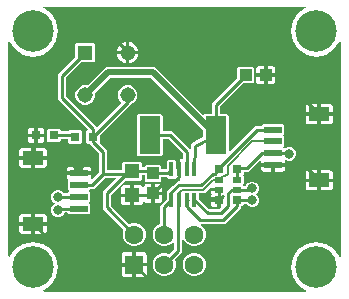
<source format=gbr>
G04 EAGLE Gerber RS-274X export*
G75*
%MOMM*%
%FSLAX34Y34*%
%LPD*%
%INTop Copper*%
%IPPOS*%
%AMOC8*
5,1,8,0,0,1.08239X$1,22.5*%
G01*
%ADD10R,0.400000X1.200000*%
%ADD11R,1.000000X1.100000*%
%ADD12R,1.800000X3.200000*%
%ADD13R,1.300000X1.200000*%
%ADD14R,0.800000X0.650000*%
%ADD15R,0.800000X0.500000*%
%ADD16R,1.550000X0.600000*%
%ADD17R,1.800000X1.200000*%
%ADD18R,0.800000X0.800000*%
%ADD19R,1.605000X1.605000*%
%ADD20C,1.605000*%
%ADD21R,1.308000X1.308000*%
%ADD22C,1.308000*%
%ADD23R,1.100000X1.000000*%
%ADD24C,3.516000*%
%ADD25C,0.254000*%
%ADD26C,0.800100*%
%ADD27C,0.152400*%
%ADD28C,0.508000*%

G36*
X230372Y-20758D02*
X230372Y-20758D01*
X230395Y-20760D01*
X230493Y-20738D01*
X230592Y-20722D01*
X230612Y-20711D01*
X230635Y-20706D01*
X230721Y-20653D01*
X230809Y-20606D01*
X230825Y-20590D01*
X230845Y-20578D01*
X230909Y-20501D01*
X230979Y-20428D01*
X230988Y-20407D01*
X231003Y-20390D01*
X231040Y-20296D01*
X231082Y-20205D01*
X231085Y-20182D01*
X231093Y-20161D01*
X231098Y-20060D01*
X231109Y-19961D01*
X231104Y-19938D01*
X231106Y-19915D01*
X231078Y-19818D01*
X231057Y-19720D01*
X231045Y-19700D01*
X231039Y-19678D01*
X230982Y-19595D01*
X230931Y-19509D01*
X230913Y-19494D01*
X230900Y-19475D01*
X230772Y-19367D01*
X224694Y-15306D01*
X220002Y-8283D01*
X218354Y0D01*
X220002Y8283D01*
X224694Y15306D01*
X231717Y19998D01*
X240000Y21646D01*
X248283Y19998D01*
X255306Y15306D01*
X259367Y9228D01*
X259383Y9211D01*
X259394Y9191D01*
X259466Y9122D01*
X259535Y9048D01*
X259555Y9037D01*
X259572Y9021D01*
X259663Y8979D01*
X259751Y8931D01*
X259774Y8927D01*
X259795Y8918D01*
X259895Y8907D01*
X259994Y8890D01*
X260017Y8893D01*
X260039Y8891D01*
X260138Y8912D01*
X260237Y8927D01*
X260257Y8938D01*
X260280Y8943D01*
X260366Y8994D01*
X260455Y9041D01*
X260471Y9057D01*
X260491Y9069D01*
X260556Y9145D01*
X260626Y9218D01*
X260636Y9238D01*
X260651Y9256D01*
X260688Y9349D01*
X260731Y9440D01*
X260734Y9463D01*
X260743Y9484D01*
X260761Y9651D01*
X260761Y190349D01*
X260758Y190372D01*
X260760Y190395D01*
X260738Y190493D01*
X260722Y190592D01*
X260711Y190612D01*
X260706Y190635D01*
X260653Y190721D01*
X260606Y190809D01*
X260590Y190825D01*
X260578Y190845D01*
X260501Y190909D01*
X260428Y190979D01*
X260407Y190988D01*
X260390Y191003D01*
X260296Y191040D01*
X260205Y191082D01*
X260182Y191085D01*
X260161Y191093D01*
X260060Y191098D01*
X259961Y191109D01*
X259938Y191104D01*
X259915Y191106D01*
X259818Y191078D01*
X259720Y191057D01*
X259700Y191045D01*
X259678Y191039D01*
X259595Y190982D01*
X259509Y190931D01*
X259494Y190913D01*
X259475Y190900D01*
X259367Y190772D01*
X255306Y184694D01*
X248283Y180002D01*
X240000Y178354D01*
X231717Y180002D01*
X224694Y184694D01*
X220002Y191717D01*
X218354Y200000D01*
X220002Y208283D01*
X224694Y215306D01*
X230772Y219367D01*
X230789Y219383D01*
X230809Y219394D01*
X230878Y219466D01*
X230952Y219535D01*
X230963Y219555D01*
X230979Y219572D01*
X231021Y219663D01*
X231069Y219751D01*
X231073Y219774D01*
X231082Y219795D01*
X231093Y219895D01*
X231110Y219994D01*
X231107Y220017D01*
X231109Y220039D01*
X231088Y220138D01*
X231073Y220237D01*
X231062Y220257D01*
X231057Y220280D01*
X231006Y220366D01*
X230959Y220455D01*
X230943Y220471D01*
X230931Y220491D01*
X230855Y220556D01*
X230782Y220626D01*
X230762Y220636D01*
X230744Y220651D01*
X230651Y220688D01*
X230560Y220731D01*
X230537Y220734D01*
X230516Y220743D01*
X230349Y220761D01*
X9651Y220761D01*
X9628Y220758D01*
X9605Y220760D01*
X9507Y220738D01*
X9408Y220722D01*
X9388Y220711D01*
X9365Y220706D01*
X9279Y220653D01*
X9191Y220606D01*
X9175Y220590D01*
X9155Y220578D01*
X9091Y220501D01*
X9021Y220428D01*
X9012Y220407D01*
X8997Y220390D01*
X8960Y220296D01*
X8918Y220205D01*
X8915Y220182D01*
X8907Y220161D01*
X8902Y220060D01*
X8891Y219961D01*
X8896Y219938D01*
X8894Y219915D01*
X8922Y219818D01*
X8943Y219720D01*
X8955Y219700D01*
X8961Y219678D01*
X9018Y219595D01*
X9069Y219509D01*
X9087Y219494D01*
X9100Y219475D01*
X9228Y219367D01*
X15306Y215306D01*
X19998Y208283D01*
X21646Y200000D01*
X19998Y191717D01*
X15306Y184694D01*
X8283Y180002D01*
X0Y178354D01*
X-8283Y180002D01*
X-15306Y184694D01*
X-19367Y190772D01*
X-19383Y190789D01*
X-19394Y190809D01*
X-19466Y190878D01*
X-19535Y190952D01*
X-19555Y190963D01*
X-19572Y190979D01*
X-19663Y191021D01*
X-19751Y191069D01*
X-19774Y191073D01*
X-19795Y191082D01*
X-19895Y191093D01*
X-19994Y191110D01*
X-20017Y191107D01*
X-20039Y191109D01*
X-20138Y191088D01*
X-20237Y191073D01*
X-20257Y191062D01*
X-20280Y191057D01*
X-20366Y191006D01*
X-20455Y190959D01*
X-20471Y190943D01*
X-20491Y190931D01*
X-20556Y190855D01*
X-20626Y190782D01*
X-20636Y190762D01*
X-20651Y190744D01*
X-20688Y190651D01*
X-20731Y190560D01*
X-20734Y190537D01*
X-20743Y190516D01*
X-20761Y190349D01*
X-20761Y9651D01*
X-20758Y9628D01*
X-20760Y9605D01*
X-20738Y9507D01*
X-20722Y9408D01*
X-20711Y9388D01*
X-20706Y9365D01*
X-20653Y9279D01*
X-20606Y9191D01*
X-20590Y9175D01*
X-20578Y9155D01*
X-20501Y9091D01*
X-20428Y9021D01*
X-20407Y9012D01*
X-20390Y8997D01*
X-20296Y8960D01*
X-20205Y8918D01*
X-20182Y8915D01*
X-20161Y8907D01*
X-20060Y8902D01*
X-19961Y8891D01*
X-19938Y8896D01*
X-19915Y8894D01*
X-19818Y8922D01*
X-19720Y8943D01*
X-19700Y8955D01*
X-19678Y8961D01*
X-19595Y9018D01*
X-19509Y9069D01*
X-19494Y9087D01*
X-19475Y9100D01*
X-19367Y9228D01*
X-15306Y15306D01*
X-8283Y19998D01*
X0Y21646D01*
X8283Y19998D01*
X15306Y15306D01*
X19998Y8283D01*
X21646Y0D01*
X19998Y-8283D01*
X15306Y-15306D01*
X9228Y-19367D01*
X9211Y-19383D01*
X9191Y-19394D01*
X9122Y-19466D01*
X9048Y-19535D01*
X9037Y-19555D01*
X9021Y-19572D01*
X8979Y-19663D01*
X8931Y-19751D01*
X8927Y-19774D01*
X8918Y-19795D01*
X8907Y-19895D01*
X8890Y-19994D01*
X8893Y-20017D01*
X8891Y-20039D01*
X8912Y-20138D01*
X8927Y-20237D01*
X8938Y-20257D01*
X8943Y-20280D01*
X8994Y-20366D01*
X9041Y-20455D01*
X9057Y-20471D01*
X9069Y-20491D01*
X9145Y-20556D01*
X9218Y-20626D01*
X9238Y-20636D01*
X9256Y-20651D01*
X9349Y-20688D01*
X9440Y-20731D01*
X9463Y-20734D01*
X9484Y-20743D01*
X9651Y-20761D01*
X230349Y-20761D01*
X230372Y-20758D01*
G37*
%LPC*%
G36*
X109175Y-7467D02*
X109175Y-7467D01*
X105572Y-5974D01*
X102814Y-3217D01*
X101321Y387D01*
X101321Y4287D01*
X102814Y7890D01*
X105572Y10648D01*
X109175Y12141D01*
X113075Y12141D01*
X114856Y11403D01*
X114969Y11376D01*
X115083Y11348D01*
X115089Y11348D01*
X115095Y11347D01*
X115212Y11358D01*
X115328Y11367D01*
X115334Y11369D01*
X115340Y11370D01*
X115448Y11418D01*
X115554Y11463D01*
X115560Y11468D01*
X115565Y11470D01*
X115579Y11483D01*
X115685Y11568D01*
X119206Y15088D01*
X119259Y15162D01*
X119318Y15232D01*
X119330Y15262D01*
X119349Y15288D01*
X119376Y15375D01*
X119410Y15460D01*
X119415Y15501D01*
X119422Y15523D01*
X119421Y15555D01*
X119429Y15627D01*
X119429Y20338D01*
X119417Y20409D01*
X119415Y20481D01*
X119397Y20530D01*
X119389Y20581D01*
X119355Y20644D01*
X119331Y20712D01*
X119298Y20752D01*
X119274Y20798D01*
X119222Y20848D01*
X119177Y20904D01*
X119133Y20932D01*
X119096Y20968D01*
X119031Y20998D01*
X118970Y21037D01*
X118920Y21049D01*
X118872Y21071D01*
X118801Y21079D01*
X118732Y21097D01*
X118680Y21093D01*
X118628Y21098D01*
X118558Y21083D01*
X118486Y21078D01*
X118439Y21057D01*
X118388Y21046D01*
X118326Y21009D01*
X118260Y20981D01*
X118204Y20936D01*
X118177Y20920D01*
X118161Y20902D01*
X118129Y20876D01*
X116678Y19426D01*
X113075Y17933D01*
X109175Y17933D01*
X105572Y19426D01*
X102814Y22183D01*
X101321Y25787D01*
X101321Y29687D01*
X102814Y33290D01*
X105572Y36048D01*
X107352Y36786D01*
X107452Y36847D01*
X107552Y36907D01*
X107556Y36912D01*
X107561Y36915D01*
X107636Y37005D01*
X107712Y37094D01*
X107714Y37100D01*
X107718Y37105D01*
X107760Y37213D01*
X107804Y37322D01*
X107805Y37330D01*
X107806Y37334D01*
X107807Y37353D01*
X107822Y37489D01*
X107822Y52093D01*
X113248Y57519D01*
X113301Y57593D01*
X113361Y57662D01*
X113373Y57693D01*
X113392Y57719D01*
X113419Y57806D01*
X113453Y57891D01*
X113457Y57932D01*
X113464Y57954D01*
X113463Y57986D01*
X113471Y58057D01*
X113471Y63587D01*
X113724Y63840D01*
X113777Y63914D01*
X113837Y63983D01*
X113849Y64013D01*
X113868Y64040D01*
X113895Y64127D01*
X113929Y64211D01*
X113933Y64252D01*
X113940Y64275D01*
X113939Y64307D01*
X113947Y64378D01*
X113947Y64795D01*
X120083Y70932D01*
X122162Y73010D01*
X122203Y73068D01*
X122253Y73120D01*
X122275Y73167D01*
X122305Y73209D01*
X122326Y73278D01*
X122356Y73343D01*
X122362Y73395D01*
X122377Y73445D01*
X122376Y73516D01*
X122384Y73587D01*
X122372Y73638D01*
X122371Y73690D01*
X122346Y73758D01*
X122331Y73828D01*
X122305Y73873D01*
X122287Y73921D01*
X122242Y73977D01*
X122205Y74039D01*
X122166Y74073D01*
X122133Y74113D01*
X122073Y74152D01*
X122018Y74199D01*
X121970Y74218D01*
X121926Y74246D01*
X121857Y74264D01*
X121790Y74291D01*
X121719Y74299D01*
X121688Y74307D01*
X121664Y74305D01*
X121623Y74309D01*
X121416Y74309D01*
X120769Y74482D01*
X120190Y74817D01*
X120159Y74848D01*
X120085Y74901D01*
X120015Y74961D01*
X119985Y74973D01*
X119959Y74992D01*
X119872Y75019D01*
X119787Y75053D01*
X119746Y75057D01*
X119724Y75064D01*
X119692Y75063D01*
X119620Y75071D01*
X114513Y75071D01*
X113490Y76094D01*
X113416Y76147D01*
X113347Y76207D01*
X113317Y76219D01*
X113290Y76238D01*
X113203Y76265D01*
X113119Y76299D01*
X113078Y76303D01*
X113055Y76310D01*
X113023Y76309D01*
X112952Y76317D01*
X109140Y76317D01*
X109120Y76314D01*
X109101Y76316D01*
X108999Y76294D01*
X108897Y76278D01*
X108880Y76268D01*
X108860Y76264D01*
X108771Y76211D01*
X108680Y76162D01*
X108666Y76148D01*
X108649Y76138D01*
X108582Y76059D01*
X108510Y75984D01*
X108502Y75966D01*
X108489Y75951D01*
X108450Y75855D01*
X108407Y75761D01*
X108405Y75741D01*
X108397Y75723D01*
X108379Y75556D01*
X108379Y73383D01*
X107337Y72341D01*
X95863Y72341D01*
X94821Y73383D01*
X94821Y77216D01*
X94818Y77236D01*
X94820Y77255D01*
X94798Y77357D01*
X94782Y77459D01*
X94772Y77476D01*
X94768Y77496D01*
X94715Y77585D01*
X94666Y77676D01*
X94652Y77690D01*
X94642Y77707D01*
X94563Y77774D01*
X94488Y77846D01*
X94470Y77854D01*
X94455Y77867D01*
X94359Y77906D01*
X94265Y77949D01*
X94245Y77951D01*
X94227Y77959D01*
X94060Y77977D01*
X92860Y77977D01*
X92840Y77974D01*
X92821Y77976D01*
X92719Y77954D01*
X92617Y77938D01*
X92600Y77928D01*
X92580Y77924D01*
X92491Y77871D01*
X92400Y77822D01*
X92386Y77808D01*
X92369Y77798D01*
X92302Y77719D01*
X92230Y77644D01*
X92222Y77626D01*
X92209Y77611D01*
X92170Y77515D01*
X92127Y77421D01*
X92125Y77401D01*
X92117Y77383D01*
X92099Y77216D01*
X92099Y74543D01*
X91057Y73501D01*
X78424Y73501D01*
X78334Y73487D01*
X78243Y73479D01*
X78213Y73467D01*
X78181Y73462D01*
X78100Y73419D01*
X78017Y73383D01*
X77984Y73357D01*
X77964Y73346D01*
X77942Y73323D01*
X77886Y73278D01*
X66124Y61517D01*
X66071Y61443D01*
X66011Y61373D01*
X65999Y61343D01*
X65980Y61317D01*
X65954Y61230D01*
X65919Y61145D01*
X65915Y61104D01*
X65908Y61082D01*
X65909Y61050D01*
X65901Y60978D01*
X65901Y52547D01*
X65916Y52457D01*
X65923Y52366D01*
X65936Y52336D01*
X65941Y52304D01*
X65983Y52223D01*
X66019Y52140D01*
X66045Y52107D01*
X66056Y52087D01*
X66079Y52065D01*
X66124Y52009D01*
X81165Y36968D01*
X81259Y36900D01*
X81353Y36830D01*
X81359Y36828D01*
X81364Y36824D01*
X81475Y36790D01*
X81587Y36754D01*
X81593Y36754D01*
X81599Y36752D01*
X81716Y36755D01*
X81833Y36756D01*
X81840Y36758D01*
X81845Y36758D01*
X81863Y36765D01*
X81994Y36803D01*
X83775Y37541D01*
X87675Y37541D01*
X91278Y36048D01*
X94036Y33290D01*
X95529Y29687D01*
X95529Y25787D01*
X94036Y22183D01*
X91278Y19426D01*
X87675Y17933D01*
X83775Y17933D01*
X80172Y19426D01*
X77414Y22183D01*
X75921Y25787D01*
X75921Y29687D01*
X76659Y31468D01*
X76678Y31551D01*
X76683Y31560D01*
X76684Y31577D01*
X76685Y31581D01*
X76714Y31695D01*
X76714Y31701D01*
X76715Y31707D01*
X76708Y31786D01*
X76710Y31804D01*
X76703Y31834D01*
X76695Y31940D01*
X76693Y31946D01*
X76692Y31952D01*
X76664Y32015D01*
X76657Y32045D01*
X76633Y32086D01*
X76599Y32166D01*
X76594Y32172D01*
X76592Y32177D01*
X76579Y32190D01*
X76544Y32234D01*
X76531Y32256D01*
X76517Y32268D01*
X76494Y32297D01*
X59296Y49495D01*
X59296Y64030D01*
X61453Y66187D01*
X69962Y74697D01*
X70004Y74755D01*
X70054Y74807D01*
X70075Y74854D01*
X70106Y74896D01*
X70127Y74965D01*
X70157Y75030D01*
X70163Y75082D01*
X70178Y75131D01*
X70176Y75203D01*
X70184Y75274D01*
X70173Y75325D01*
X70172Y75377D01*
X70147Y75445D01*
X70132Y75515D01*
X70105Y75559D01*
X70087Y75608D01*
X70043Y75664D01*
X70006Y75726D01*
X69966Y75760D01*
X69934Y75800D01*
X69873Y75839D01*
X69819Y75886D01*
X69771Y75905D01*
X69727Y75933D01*
X69657Y75951D01*
X69591Y75978D01*
X69519Y75986D01*
X69488Y75993D01*
X69465Y75992D01*
X69424Y75996D01*
X61373Y75996D01*
X61283Y75981D01*
X61192Y75974D01*
X61163Y75962D01*
X61131Y75956D01*
X61050Y75914D01*
X60966Y75878D01*
X60934Y75852D01*
X60913Y75841D01*
X60891Y75818D01*
X60835Y75773D01*
X51529Y66467D01*
X49418Y66467D01*
X49328Y66453D01*
X49237Y66445D01*
X49207Y66433D01*
X49175Y66428D01*
X49095Y66385D01*
X49011Y66349D01*
X48979Y66323D01*
X48958Y66312D01*
X48936Y66289D01*
X48880Y66244D01*
X47944Y65308D01*
X47932Y65292D01*
X47917Y65280D01*
X47861Y65192D01*
X47800Y65109D01*
X47794Y65090D01*
X47784Y65073D01*
X47758Y64972D01*
X47728Y64873D01*
X47728Y64854D01*
X47724Y64834D01*
X47732Y64731D01*
X47734Y64628D01*
X47741Y64609D01*
X47743Y64589D01*
X47783Y64494D01*
X47819Y64397D01*
X47831Y64381D01*
X47839Y64363D01*
X47944Y64232D01*
X48669Y63507D01*
X48669Y56033D01*
X47944Y55308D01*
X47932Y55292D01*
X47917Y55280D01*
X47861Y55192D01*
X47800Y55109D01*
X47794Y55090D01*
X47784Y55073D01*
X47758Y54972D01*
X47728Y54873D01*
X47728Y54854D01*
X47724Y54834D01*
X47732Y54731D01*
X47734Y54628D01*
X47741Y54609D01*
X47743Y54589D01*
X47783Y54494D01*
X47819Y54397D01*
X47831Y54381D01*
X47839Y54363D01*
X47944Y54232D01*
X48669Y53507D01*
X48669Y46033D01*
X47627Y44991D01*
X30653Y44991D01*
X29400Y46244D01*
X29326Y46297D01*
X29257Y46357D01*
X29227Y46369D01*
X29200Y46388D01*
X29113Y46415D01*
X29029Y46449D01*
X28988Y46453D01*
X28965Y46460D01*
X28933Y46459D01*
X28862Y46467D01*
X26996Y46467D01*
X26882Y46449D01*
X26765Y46431D01*
X26760Y46429D01*
X26754Y46428D01*
X26651Y46373D01*
X26546Y46320D01*
X26542Y46315D01*
X26536Y46312D01*
X26456Y46228D01*
X26374Y46144D01*
X26370Y46138D01*
X26367Y46134D01*
X26359Y46117D01*
X26293Y45997D01*
X26032Y45367D01*
X24407Y43742D01*
X22282Y42862D01*
X19983Y42862D01*
X17859Y43742D01*
X16233Y45367D01*
X15354Y47491D01*
X15354Y49791D01*
X16233Y51915D01*
X17859Y53540D01*
X17906Y53560D01*
X17945Y53584D01*
X17988Y53600D01*
X18049Y53648D01*
X18115Y53689D01*
X18144Y53725D01*
X18180Y53754D01*
X18222Y53819D01*
X18272Y53879D01*
X18288Y53922D01*
X18313Y53960D01*
X18332Y54036D01*
X18360Y54109D01*
X18362Y54154D01*
X18373Y54199D01*
X18367Y54276D01*
X18371Y54354D01*
X18358Y54398D01*
X18354Y54444D01*
X18324Y54516D01*
X18302Y54591D01*
X18276Y54628D01*
X18258Y54671D01*
X18173Y54777D01*
X18162Y54793D01*
X18158Y54796D01*
X18153Y54801D01*
X16487Y56467D01*
X15608Y58591D01*
X15608Y60890D01*
X16487Y63015D01*
X18113Y64640D01*
X20237Y65520D01*
X22536Y65520D01*
X24661Y64640D01*
X26034Y63267D01*
X26108Y63213D01*
X26178Y63154D01*
X26208Y63142D01*
X26234Y63123D01*
X26321Y63096D01*
X26406Y63062D01*
X26447Y63057D01*
X26469Y63051D01*
X26501Y63051D01*
X26572Y63044D01*
X28850Y63044D01*
X28870Y63047D01*
X28889Y63045D01*
X28991Y63067D01*
X29093Y63083D01*
X29110Y63093D01*
X29130Y63097D01*
X29219Y63150D01*
X29310Y63198D01*
X29324Y63213D01*
X29341Y63223D01*
X29408Y63302D01*
X29448Y63343D01*
X30336Y64232D01*
X30348Y64248D01*
X30363Y64260D01*
X30419Y64348D01*
X30480Y64431D01*
X30486Y64450D01*
X30496Y64467D01*
X30522Y64568D01*
X30552Y64667D01*
X30552Y64686D01*
X30556Y64706D01*
X30548Y64809D01*
X30546Y64912D01*
X30539Y64931D01*
X30537Y64951D01*
X30497Y65046D01*
X30461Y65143D01*
X30449Y65159D01*
X30441Y65177D01*
X30336Y65308D01*
X29611Y66033D01*
X29611Y73507D01*
X29797Y73693D01*
X29809Y73709D01*
X29825Y73722D01*
X29881Y73809D01*
X29941Y73893D01*
X29947Y73912D01*
X29958Y73928D01*
X29983Y74029D01*
X30013Y74128D01*
X30013Y74148D01*
X30018Y74167D01*
X30010Y74270D01*
X30007Y74374D01*
X30000Y74392D01*
X29999Y74412D01*
X29958Y74507D01*
X29922Y74605D01*
X29910Y74620D01*
X29902Y74638D01*
X29797Y74769D01*
X29357Y75210D01*
X29022Y75789D01*
X28849Y76436D01*
X28849Y78271D01*
X38402Y78271D01*
X38421Y78274D01*
X38441Y78272D01*
X38543Y78294D01*
X38645Y78310D01*
X38662Y78320D01*
X38682Y78324D01*
X38771Y78377D01*
X38862Y78426D01*
X38876Y78440D01*
X38893Y78450D01*
X38960Y78529D01*
X39031Y78604D01*
X39040Y78622D01*
X39053Y78637D01*
X39091Y78733D01*
X39135Y78827D01*
X39137Y78847D01*
X39144Y78865D01*
X39157Y78789D01*
X39166Y78772D01*
X39170Y78752D01*
X39223Y78663D01*
X39272Y78572D01*
X39286Y78558D01*
X39296Y78541D01*
X39375Y78474D01*
X39450Y78402D01*
X39468Y78394D01*
X39483Y78381D01*
X39580Y78342D01*
X39673Y78299D01*
X39693Y78297D01*
X39711Y78289D01*
X39878Y78271D01*
X49431Y78271D01*
X49431Y76436D01*
X49258Y75789D01*
X49072Y75468D01*
X49064Y75446D01*
X49050Y75426D01*
X49020Y75331D01*
X48985Y75238D01*
X48984Y75214D01*
X48977Y75191D01*
X48980Y75092D01*
X48976Y74992D01*
X48983Y74969D01*
X48984Y74945D01*
X49018Y74852D01*
X49046Y74756D01*
X49060Y74737D01*
X49068Y74714D01*
X49130Y74636D01*
X49187Y74555D01*
X49207Y74541D01*
X49222Y74522D01*
X49305Y74468D01*
X49385Y74409D01*
X49408Y74402D01*
X49429Y74389D01*
X49525Y74365D01*
X49620Y74335D01*
X49644Y74335D01*
X49667Y74329D01*
X49766Y74337D01*
X49866Y74338D01*
X49888Y74346D01*
X49912Y74348D01*
X50004Y74387D01*
X50098Y74420D01*
X50117Y74435D01*
X50139Y74444D01*
X50270Y74549D01*
X56164Y80444D01*
X56217Y80518D01*
X56277Y80587D01*
X56289Y80617D01*
X56308Y80644D01*
X56335Y80731D01*
X56369Y80815D01*
X56373Y80856D01*
X56380Y80879D01*
X56379Y80911D01*
X56387Y80982D01*
X56387Y95853D01*
X56373Y95943D01*
X56365Y96034D01*
X56353Y96063D01*
X56348Y96095D01*
X56305Y96176D01*
X56269Y96260D01*
X56243Y96292D01*
X56232Y96313D01*
X56209Y96335D01*
X56164Y96391D01*
X48067Y104488D01*
X47993Y104541D01*
X47924Y104601D01*
X47893Y104613D01*
X47867Y104632D01*
X47780Y104659D01*
X47695Y104693D01*
X47654Y104697D01*
X47632Y104704D01*
X47600Y104703D01*
X47529Y104711D01*
X46063Y104711D01*
X45021Y105753D01*
X45021Y115227D01*
X46066Y116271D01*
X46077Y116287D01*
X46093Y116300D01*
X46149Y116387D01*
X46209Y116471D01*
X46215Y116490D01*
X46226Y116507D01*
X46251Y116607D01*
X46282Y116706D01*
X46281Y116726D01*
X46286Y116745D01*
X46278Y116848D01*
X46275Y116952D01*
X46268Y116971D01*
X46267Y116991D01*
X46227Y117085D01*
X46191Y117183D01*
X46178Y117199D01*
X46171Y117217D01*
X46066Y117348D01*
X21259Y142155D01*
X21259Y163530D01*
X35688Y177959D01*
X35741Y178033D01*
X35801Y178102D01*
X35813Y178133D01*
X35832Y178159D01*
X35859Y178246D01*
X35893Y178331D01*
X35897Y178372D01*
X35904Y178394D01*
X35903Y178426D01*
X35911Y178497D01*
X35911Y189107D01*
X36953Y190149D01*
X51507Y190149D01*
X52549Y189107D01*
X52549Y174553D01*
X51507Y173511D01*
X40897Y173511D01*
X40807Y173497D01*
X40716Y173489D01*
X40687Y173477D01*
X40655Y173472D01*
X40574Y173429D01*
X40490Y173393D01*
X40458Y173367D01*
X40437Y173356D01*
X40415Y173333D01*
X40359Y173288D01*
X28088Y161017D01*
X28034Y160943D01*
X27975Y160873D01*
X27963Y160843D01*
X27944Y160817D01*
X27917Y160730D01*
X27883Y160645D01*
X27878Y160604D01*
X27872Y160582D01*
X27872Y160550D01*
X27865Y160478D01*
X27865Y145206D01*
X27879Y145116D01*
X27886Y145025D01*
X27899Y144995D01*
X27904Y144963D01*
X27947Y144883D01*
X27983Y144799D01*
X28008Y144767D01*
X28019Y144746D01*
X28043Y144724D01*
X28051Y144713D01*
X28059Y144700D01*
X28067Y144693D01*
X28088Y144668D01*
X53659Y119096D01*
X53675Y119085D01*
X53688Y119069D01*
X53775Y119013D01*
X53859Y118953D01*
X53878Y118947D01*
X53895Y118936D01*
X53995Y118911D01*
X54094Y118880D01*
X54114Y118881D01*
X54133Y118876D01*
X54236Y118884D01*
X54340Y118887D01*
X54358Y118894D01*
X54378Y118895D01*
X54473Y118935D01*
X54571Y118971D01*
X54586Y118984D01*
X54605Y118991D01*
X54736Y119096D01*
X74429Y138790D01*
X74441Y138806D01*
X74456Y138818D01*
X74512Y138906D01*
X74573Y138990D01*
X74578Y139009D01*
X74589Y139025D01*
X74615Y139126D01*
X74645Y139225D01*
X74644Y139245D01*
X74649Y139264D01*
X74641Y139367D01*
X74639Y139471D01*
X74632Y139489D01*
X74630Y139509D01*
X74590Y139604D01*
X74554Y139702D01*
X74542Y139717D01*
X74534Y139735D01*
X74429Y139866D01*
X73178Y141118D01*
X71911Y144175D01*
X71911Y147485D01*
X73178Y150542D01*
X75518Y152882D01*
X78575Y154149D01*
X81885Y154149D01*
X84942Y152882D01*
X87282Y150542D01*
X88549Y147485D01*
X88549Y144175D01*
X87282Y141118D01*
X84942Y138778D01*
X83061Y137999D01*
X83006Y137964D01*
X82945Y137938D01*
X82880Y137886D01*
X82852Y137869D01*
X82840Y137854D01*
X82814Y137834D01*
X81375Y136394D01*
X56802Y111821D01*
X56749Y111747D01*
X56689Y111678D01*
X56677Y111647D01*
X56658Y111621D01*
X56631Y111534D01*
X56597Y111449D01*
X56593Y111408D01*
X56586Y111386D01*
X56587Y111354D01*
X56579Y111283D01*
X56579Y105633D01*
X56593Y105543D01*
X56601Y105452D01*
X56613Y105423D01*
X56618Y105391D01*
X56661Y105310D01*
X56697Y105226D01*
X56723Y105194D01*
X56734Y105173D01*
X56757Y105151D01*
X56785Y105116D01*
X56785Y105115D01*
X56786Y105115D01*
X56802Y105095D01*
X62993Y98904D01*
X62993Y83363D01*
X62996Y83343D01*
X62994Y83323D01*
X63016Y83222D01*
X63032Y83120D01*
X63042Y83102D01*
X63046Y83083D01*
X63099Y82994D01*
X63148Y82903D01*
X63162Y82889D01*
X63172Y82872D01*
X63251Y82805D01*
X63326Y82733D01*
X63344Y82725D01*
X63359Y82712D01*
X63455Y82673D01*
X63549Y82630D01*
X63569Y82627D01*
X63587Y82620D01*
X63754Y82602D01*
X74780Y82602D01*
X74800Y82605D01*
X74819Y82603D01*
X74921Y82625D01*
X75023Y82641D01*
X75040Y82651D01*
X75060Y82655D01*
X75149Y82708D01*
X75240Y82756D01*
X75254Y82771D01*
X75271Y82781D01*
X75338Y82860D01*
X75410Y82935D01*
X75418Y82953D01*
X75431Y82968D01*
X75470Y83064D01*
X75513Y83158D01*
X75515Y83178D01*
X75523Y83196D01*
X75541Y83363D01*
X75541Y88017D01*
X76583Y89059D01*
X91057Y89059D01*
X92099Y88017D01*
X92099Y85344D01*
X92102Y85324D01*
X92100Y85305D01*
X92122Y85203D01*
X92138Y85101D01*
X92148Y85084D01*
X92152Y85064D01*
X92205Y84975D01*
X92254Y84884D01*
X92268Y84870D01*
X92278Y84853D01*
X92357Y84786D01*
X92432Y84714D01*
X92450Y84706D01*
X92465Y84693D01*
X92561Y84654D01*
X92655Y84611D01*
X92675Y84609D01*
X92693Y84601D01*
X92860Y84583D01*
X94060Y84583D01*
X94080Y84586D01*
X94099Y84584D01*
X94201Y84606D01*
X94303Y84622D01*
X94320Y84632D01*
X94340Y84636D01*
X94429Y84689D01*
X94520Y84738D01*
X94534Y84752D01*
X94551Y84762D01*
X94618Y84841D01*
X94690Y84916D01*
X94698Y84934D01*
X94711Y84949D01*
X94750Y85045D01*
X94793Y85139D01*
X94795Y85159D01*
X94803Y85177D01*
X94821Y85344D01*
X94821Y85857D01*
X95863Y86899D01*
X107337Y86899D01*
X108379Y85857D01*
X108379Y83684D01*
X108382Y83664D01*
X108380Y83645D01*
X108402Y83543D01*
X108418Y83441D01*
X108428Y83424D01*
X108432Y83404D01*
X108485Y83315D01*
X108534Y83224D01*
X108548Y83210D01*
X108558Y83193D01*
X108637Y83126D01*
X108712Y83054D01*
X108730Y83046D01*
X108745Y83033D01*
X108841Y82994D01*
X108935Y82951D01*
X108955Y82949D01*
X108973Y82941D01*
X109140Y82923D01*
X112337Y82923D01*
X112427Y82937D01*
X112518Y82945D01*
X112547Y82957D01*
X112579Y82962D01*
X112660Y83005D01*
X112744Y83041D01*
X112776Y83067D01*
X112797Y83078D01*
X112819Y83101D01*
X112875Y83146D01*
X113248Y83519D01*
X113301Y83593D01*
X113361Y83662D01*
X113373Y83693D01*
X113392Y83719D01*
X113419Y83806D01*
X113453Y83891D01*
X113457Y83932D01*
X113464Y83954D01*
X113463Y83986D01*
X113471Y84057D01*
X113471Y89587D01*
X114513Y90629D01*
X119620Y90629D01*
X119710Y90643D01*
X119801Y90651D01*
X119831Y90663D01*
X119863Y90668D01*
X119944Y90711D01*
X120028Y90747D01*
X120060Y90773D01*
X120080Y90784D01*
X120103Y90807D01*
X120159Y90852D01*
X120190Y90883D01*
X120769Y91218D01*
X121416Y91391D01*
X122751Y91391D01*
X122751Y83088D01*
X122754Y83069D01*
X122752Y83049D01*
X122774Y82947D01*
X122790Y82845D01*
X122791Y82844D01*
X122779Y82817D01*
X122777Y82797D01*
X122769Y82779D01*
X122751Y82612D01*
X122751Y73850D01*
X122754Y73831D01*
X122752Y73811D01*
X122774Y73710D01*
X122790Y73608D01*
X122800Y73590D01*
X122804Y73571D01*
X122857Y73482D01*
X122906Y73390D01*
X122920Y73377D01*
X122930Y73360D01*
X123009Y73292D01*
X123084Y73221D01*
X123102Y73213D01*
X123117Y73200D01*
X123213Y73161D01*
X123307Y73117D01*
X123327Y73115D01*
X123345Y73108D01*
X123512Y73089D01*
X123988Y73089D01*
X124008Y73092D01*
X124027Y73090D01*
X124129Y73112D01*
X124231Y73129D01*
X124248Y73138D01*
X124268Y73143D01*
X124357Y73196D01*
X124448Y73244D01*
X124462Y73258D01*
X124479Y73269D01*
X124546Y73347D01*
X124618Y73422D01*
X124626Y73440D01*
X124639Y73456D01*
X124678Y73552D01*
X124721Y73645D01*
X124723Y73665D01*
X124731Y73684D01*
X124749Y73850D01*
X124749Y82612D01*
X124746Y82631D01*
X124748Y82651D01*
X124726Y82753D01*
X124710Y82855D01*
X124709Y82856D01*
X124721Y82883D01*
X124723Y82903D01*
X124731Y82921D01*
X124749Y83088D01*
X124749Y91391D01*
X126185Y91391D01*
X126199Y91393D01*
X126216Y91391D01*
X126221Y91392D01*
X126225Y91391D01*
X126338Y91416D01*
X126427Y91430D01*
X126439Y91437D01*
X126457Y91440D01*
X126461Y91443D01*
X126466Y91444D01*
X126568Y91504D01*
X126571Y91507D01*
X126645Y91546D01*
X126653Y91554D01*
X126670Y91564D01*
X126673Y91567D01*
X126677Y91570D01*
X126754Y91660D01*
X126761Y91668D01*
X126814Y91724D01*
X126819Y91734D01*
X126832Y91749D01*
X126834Y91753D01*
X126837Y91757D01*
X126881Y91867D01*
X126886Y91879D01*
X126918Y91947D01*
X126919Y91957D01*
X126927Y91976D01*
X126927Y91981D01*
X126929Y91985D01*
X126947Y92152D01*
X126947Y96336D01*
X126933Y96427D01*
X126925Y96517D01*
X126913Y96547D01*
X126908Y96579D01*
X126865Y96660D01*
X126829Y96744D01*
X126803Y96776D01*
X126792Y96797D01*
X126769Y96819D01*
X126724Y96875D01*
X115365Y108234D01*
X115291Y108287D01*
X115221Y108347D01*
X115191Y108359D01*
X115165Y108378D01*
X115078Y108405D01*
X114993Y108439D01*
X114952Y108443D01*
X114930Y108450D01*
X114898Y108449D01*
X114826Y108457D01*
X110540Y108457D01*
X110520Y108454D01*
X110501Y108456D01*
X110399Y108434D01*
X110297Y108418D01*
X110280Y108408D01*
X110260Y108404D01*
X110171Y108351D01*
X110080Y108302D01*
X110066Y108288D01*
X110049Y108278D01*
X109982Y108199D01*
X109910Y108124D01*
X109902Y108106D01*
X109889Y108091D01*
X109850Y107995D01*
X109807Y107901D01*
X109805Y107881D01*
X109797Y107863D01*
X109779Y107696D01*
X109779Y95023D01*
X108737Y93981D01*
X89263Y93981D01*
X88221Y95023D01*
X88221Y128497D01*
X89263Y129539D01*
X108737Y129539D01*
X109779Y128497D01*
X109779Y115824D01*
X109782Y115804D01*
X109780Y115785D01*
X109802Y115683D01*
X109818Y115581D01*
X109828Y115564D01*
X109832Y115544D01*
X109885Y115455D01*
X109934Y115364D01*
X109948Y115350D01*
X109958Y115333D01*
X110037Y115266D01*
X110112Y115194D01*
X110130Y115186D01*
X110145Y115173D01*
X110241Y115134D01*
X110335Y115091D01*
X110355Y115089D01*
X110373Y115081D01*
X110540Y115063D01*
X117878Y115063D01*
X132742Y100199D01*
X132790Y100164D01*
X132831Y100122D01*
X132889Y100093D01*
X132942Y100055D01*
X132998Y100038D01*
X133051Y100011D01*
X133115Y100002D01*
X133177Y99983D01*
X133236Y99984D01*
X133294Y99976D01*
X133358Y99988D01*
X133422Y99989D01*
X133478Y100010D01*
X133536Y100020D01*
X133593Y100051D01*
X133653Y100074D01*
X133700Y100111D01*
X133751Y100139D01*
X133795Y100187D01*
X133846Y100227D01*
X133877Y100277D01*
X133917Y100321D01*
X133944Y100380D01*
X133979Y100434D01*
X133993Y100492D01*
X134017Y100546D01*
X134031Y100642D01*
X134039Y100673D01*
X134037Y100688D01*
X134041Y100712D01*
X134092Y102246D01*
X134079Y102347D01*
X134072Y102449D01*
X134062Y102474D01*
X134060Y102490D01*
X134046Y102519D01*
X134015Y102607D01*
X133859Y102925D01*
X134105Y103645D01*
X134110Y103673D01*
X134122Y103700D01*
X134146Y103866D01*
X134171Y104627D01*
X134430Y104869D01*
X134492Y104949D01*
X134559Y105026D01*
X134570Y105051D01*
X134580Y105064D01*
X134591Y105094D01*
X134630Y105178D01*
X134745Y105513D01*
X135429Y105848D01*
X135452Y105865D01*
X135479Y105876D01*
X135614Y105976D01*
X136169Y106496D01*
X136523Y106484D01*
X136624Y106497D01*
X136726Y106505D01*
X136751Y106514D01*
X136767Y106516D01*
X136797Y106530D01*
X136884Y106561D01*
X143795Y109948D01*
X143871Y110002D01*
X143951Y110049D01*
X143971Y110072D01*
X143995Y110090D01*
X144050Y110165D01*
X144111Y110236D01*
X144122Y110265D01*
X144140Y110289D01*
X144168Y110378D01*
X144203Y110465D01*
X144207Y110503D01*
X144214Y110524D01*
X144213Y110556D01*
X144221Y110631D01*
X144221Y115757D01*
X144207Y115847D01*
X144199Y115938D01*
X144187Y115967D01*
X144182Y115999D01*
X144139Y116080D01*
X144103Y116164D01*
X144077Y116196D01*
X144066Y116217D01*
X144043Y116239D01*
X143998Y116295D01*
X99875Y160419D01*
X99801Y160472D01*
X99731Y160531D01*
X99701Y160543D01*
X99675Y160562D01*
X99588Y160589D01*
X99503Y160623D01*
X99462Y160628D01*
X99440Y160635D01*
X99408Y160634D01*
X99336Y160642D01*
X65824Y160642D01*
X65734Y160627D01*
X65643Y160620D01*
X65613Y160607D01*
X65581Y160602D01*
X65500Y160559D01*
X65416Y160523D01*
X65384Y160498D01*
X65364Y160487D01*
X65341Y160463D01*
X65285Y160419D01*
X52772Y147905D01*
X52719Y147831D01*
X52659Y147761D01*
X52647Y147731D01*
X52628Y147705D01*
X52601Y147618D01*
X52567Y147533D01*
X52563Y147492D01*
X52556Y147470D01*
X52557Y147438D01*
X52549Y147367D01*
X52549Y144175D01*
X51282Y141118D01*
X48942Y138778D01*
X45885Y137511D01*
X42575Y137511D01*
X39518Y138778D01*
X37178Y141118D01*
X35911Y144175D01*
X35911Y147485D01*
X37178Y150542D01*
X39518Y152882D01*
X42575Y154149D01*
X45767Y154149D01*
X45857Y154163D01*
X45948Y154171D01*
X45977Y154183D01*
X46009Y154188D01*
X46090Y154231D01*
X46174Y154267D01*
X46206Y154293D01*
X46227Y154304D01*
X46249Y154327D01*
X46305Y154372D01*
X61720Y169787D01*
X103440Y169787D01*
X106341Y166885D01*
X143937Y129289D01*
X143954Y129278D01*
X143966Y129262D01*
X144053Y129206D01*
X144137Y129146D01*
X144156Y129140D01*
X144173Y129129D01*
X144273Y129104D01*
X144372Y129074D01*
X144392Y129074D01*
X144411Y129069D01*
X144514Y129077D01*
X144618Y129080D01*
X144637Y129087D01*
X144657Y129088D01*
X144751Y129129D01*
X144849Y129164D01*
X144865Y129177D01*
X144883Y129185D01*
X145014Y129289D01*
X145263Y129539D01*
X150936Y129539D01*
X150956Y129542D01*
X150975Y129540D01*
X151077Y129562D01*
X151179Y129578D01*
X151196Y129588D01*
X151216Y129592D01*
X151305Y129645D01*
X151396Y129694D01*
X151410Y129708D01*
X151427Y129718D01*
X151494Y129797D01*
X151566Y129872D01*
X151574Y129890D01*
X151587Y129905D01*
X151626Y130001D01*
X151669Y130095D01*
X151671Y130115D01*
X151679Y130133D01*
X151697Y130300D01*
X151697Y139112D01*
X172695Y160110D01*
X172748Y160184D01*
X172807Y160253D01*
X172820Y160284D01*
X172838Y160310D01*
X172865Y160397D01*
X172899Y160482D01*
X172904Y160523D01*
X172911Y160545D01*
X172910Y160577D01*
X172918Y160648D01*
X172918Y168678D01*
X173960Y169720D01*
X186433Y169720D01*
X187475Y168678D01*
X187475Y157204D01*
X186433Y156162D01*
X178404Y156162D01*
X178314Y156148D01*
X178223Y156140D01*
X178193Y156128D01*
X178161Y156123D01*
X178080Y156080D01*
X177997Y156044D01*
X177964Y156018D01*
X177944Y156007D01*
X177922Y155984D01*
X177866Y155939D01*
X158526Y136599D01*
X158473Y136525D01*
X158464Y136516D01*
X158434Y136484D01*
X158431Y136477D01*
X158413Y136456D01*
X158401Y136426D01*
X158382Y136400D01*
X158357Y136317D01*
X158331Y136261D01*
X158329Y136248D01*
X158321Y136228D01*
X158317Y136187D01*
X158310Y136165D01*
X158311Y136132D01*
X158303Y136061D01*
X158303Y130300D01*
X158306Y130280D01*
X158304Y130261D01*
X158326Y130159D01*
X158342Y130057D01*
X158352Y130040D01*
X158356Y130020D01*
X158409Y129931D01*
X158458Y129840D01*
X158472Y129826D01*
X158482Y129809D01*
X158561Y129742D01*
X158636Y129670D01*
X158654Y129662D01*
X158669Y129649D01*
X158765Y129610D01*
X158859Y129567D01*
X158879Y129565D01*
X158897Y129557D01*
X159064Y129539D01*
X164737Y129539D01*
X165779Y128497D01*
X165779Y99163D01*
X165790Y99092D01*
X165792Y99020D01*
X165810Y98972D01*
X165818Y98920D01*
X165852Y98857D01*
X165877Y98789D01*
X165909Y98749D01*
X165934Y98703D01*
X165986Y98653D01*
X166030Y98597D01*
X166074Y98569D01*
X166112Y98533D01*
X166177Y98503D01*
X166237Y98464D01*
X166288Y98452D01*
X166335Y98430D01*
X166406Y98422D01*
X166476Y98404D01*
X166528Y98408D01*
X166579Y98403D01*
X166650Y98418D01*
X166721Y98424D01*
X166769Y98444D01*
X166820Y98455D01*
X166881Y98492D01*
X166947Y98520D01*
X167003Y98565D01*
X167031Y98581D01*
X167046Y98599D01*
X167078Y98625D01*
X186199Y117745D01*
X188356Y119903D01*
X193182Y119903D01*
X193272Y119917D01*
X193363Y119925D01*
X193393Y119937D01*
X193425Y119942D01*
X193505Y119985D01*
X193589Y120021D01*
X193621Y120047D01*
X193642Y120058D01*
X193664Y120081D01*
X193720Y120126D01*
X194973Y121379D01*
X211947Y121379D01*
X212989Y120337D01*
X212989Y112863D01*
X212264Y112138D01*
X212252Y112122D01*
X212237Y112110D01*
X212181Y112022D01*
X212120Y111939D01*
X212114Y111920D01*
X212104Y111903D01*
X212078Y111802D01*
X212048Y111703D01*
X212048Y111684D01*
X212044Y111664D01*
X212052Y111561D01*
X212054Y111458D01*
X212061Y111439D01*
X212063Y111419D01*
X212103Y111324D01*
X212139Y111227D01*
X212151Y111211D01*
X212159Y111193D01*
X212264Y111062D01*
X212989Y110337D01*
X212989Y102863D01*
X212264Y102138D01*
X212252Y102122D01*
X212237Y102110D01*
X212181Y102022D01*
X212120Y101939D01*
X212114Y101919D01*
X212104Y101903D01*
X212078Y101802D01*
X212048Y101703D01*
X212048Y101683D01*
X212044Y101664D01*
X212052Y101561D01*
X212054Y101458D01*
X212061Y101439D01*
X212063Y101419D01*
X212103Y101324D01*
X212139Y101227D01*
X212151Y101211D01*
X212159Y101193D01*
X212264Y101062D01*
X212484Y100842D01*
X212500Y100830D01*
X212512Y100815D01*
X212599Y100759D01*
X212683Y100698D01*
X212702Y100693D01*
X212719Y100682D01*
X212820Y100656D01*
X212918Y100626D01*
X212938Y100627D01*
X212958Y100622D01*
X213061Y100630D01*
X213164Y100632D01*
X213183Y100639D01*
X213203Y100641D01*
X213298Y100681D01*
X213395Y100717D01*
X213411Y100729D01*
X213429Y100737D01*
X213560Y100842D01*
X213833Y101115D01*
X215957Y101994D01*
X218256Y101994D01*
X220380Y101115D01*
X222006Y99489D01*
X222886Y97365D01*
X222886Y95066D01*
X222006Y92941D01*
X220380Y91316D01*
X218256Y90436D01*
X215957Y90436D01*
X214750Y90936D01*
X214729Y90941D01*
X214710Y90951D01*
X214610Y90969D01*
X214511Y90992D01*
X214489Y90990D01*
X214467Y90994D01*
X214367Y90978D01*
X214266Y90969D01*
X214246Y90960D01*
X214224Y90957D01*
X214134Y90910D01*
X214041Y90869D01*
X214025Y90854D01*
X214005Y90844D01*
X213935Y90771D01*
X213860Y90702D01*
X213849Y90683D01*
X213834Y90667D01*
X213791Y90576D01*
X213742Y90487D01*
X213738Y90465D01*
X213728Y90445D01*
X213716Y90345D01*
X213698Y90245D01*
X213701Y90223D01*
X213698Y90201D01*
X213724Y90035D01*
X213751Y89934D01*
X213751Y88099D01*
X204198Y88099D01*
X204179Y88096D01*
X204159Y88098D01*
X204057Y88076D01*
X203955Y88060D01*
X203938Y88050D01*
X203918Y88046D01*
X203829Y87993D01*
X203738Y87944D01*
X203724Y87930D01*
X203707Y87920D01*
X203640Y87841D01*
X203569Y87766D01*
X203560Y87748D01*
X203547Y87733D01*
X203509Y87637D01*
X203465Y87543D01*
X203463Y87523D01*
X203456Y87505D01*
X203443Y87581D01*
X203434Y87598D01*
X203430Y87618D01*
X203377Y87707D01*
X203328Y87798D01*
X203314Y87812D01*
X203304Y87829D01*
X203225Y87896D01*
X203150Y87968D01*
X203132Y87976D01*
X203117Y87989D01*
X203020Y88028D01*
X202927Y88071D01*
X202907Y88073D01*
X202889Y88081D01*
X202722Y88099D01*
X193169Y88099D01*
X193169Y89354D01*
X193158Y89425D01*
X193156Y89497D01*
X193138Y89546D01*
X193130Y89597D01*
X193096Y89660D01*
X193071Y89728D01*
X193039Y89768D01*
X193014Y89814D01*
X192962Y89864D01*
X192918Y89920D01*
X192874Y89948D01*
X192836Y89984D01*
X192771Y90014D01*
X192711Y90053D01*
X192660Y90065D01*
X192613Y90087D01*
X192542Y90095D01*
X192472Y90113D01*
X192420Y90109D01*
X192369Y90114D01*
X192298Y90099D01*
X192227Y90094D01*
X192179Y90073D01*
X192128Y90062D01*
X192067Y90025D01*
X192001Y89997D01*
X191945Y89953D01*
X191917Y89936D01*
X191902Y89918D01*
X191870Y89892D01*
X184615Y82637D01*
X182457Y80480D01*
X179140Y80480D01*
X179120Y80476D01*
X179101Y80479D01*
X178999Y80457D01*
X178897Y80440D01*
X178880Y80431D01*
X178860Y80426D01*
X178771Y80373D01*
X178680Y80325D01*
X178666Y80310D01*
X178649Y80300D01*
X178582Y80221D01*
X178510Y80146D01*
X178502Y80128D01*
X178489Y80113D01*
X178450Y80017D01*
X178407Y79923D01*
X178405Y79904D01*
X178397Y79885D01*
X178379Y79718D01*
X178379Y78863D01*
X178029Y78513D01*
X178017Y78497D01*
X178002Y78485D01*
X177946Y78398D01*
X177885Y78314D01*
X177879Y78295D01*
X177869Y78278D01*
X177843Y78177D01*
X177813Y78078D01*
X177813Y78059D01*
X177809Y78039D01*
X177817Y77936D01*
X177819Y77833D01*
X177826Y77814D01*
X177828Y77794D01*
X177868Y77699D01*
X177904Y77602D01*
X177916Y77586D01*
X177924Y77568D01*
X178029Y77437D01*
X178379Y77087D01*
X178379Y70613D01*
X178218Y70452D01*
X178176Y70394D01*
X178127Y70342D01*
X178105Y70295D01*
X178074Y70253D01*
X178053Y70184D01*
X178023Y70119D01*
X178017Y70067D01*
X178002Y70017D01*
X178004Y69946D01*
X177996Y69875D01*
X178007Y69824D01*
X178008Y69772D01*
X178033Y69704D01*
X178048Y69634D01*
X178075Y69589D01*
X178093Y69541D01*
X178137Y69485D01*
X178174Y69423D01*
X178214Y69389D01*
X178246Y69349D01*
X178307Y69310D01*
X178361Y69263D01*
X178410Y69244D01*
X178453Y69216D01*
X178523Y69198D01*
X178589Y69171D01*
X178661Y69163D01*
X178692Y69155D01*
X178715Y69157D01*
X178756Y69153D01*
X179852Y69153D01*
X179967Y69171D01*
X180083Y69189D01*
X180089Y69191D01*
X180095Y69192D01*
X180198Y69247D01*
X180302Y69300D01*
X180307Y69305D01*
X180312Y69308D01*
X180393Y69393D01*
X180475Y69476D01*
X180478Y69482D01*
X180482Y69486D01*
X180489Y69503D01*
X180555Y69623D01*
X180775Y70152D01*
X182400Y71778D01*
X184524Y72657D01*
X186824Y72657D01*
X188948Y71778D01*
X190573Y70152D01*
X191453Y68028D01*
X191453Y65729D01*
X190573Y63604D01*
X189490Y62521D01*
X189478Y62504D01*
X189462Y62492D01*
X189406Y62405D01*
X189346Y62321D01*
X189340Y62302D01*
X189329Y62285D01*
X189304Y62185D01*
X189274Y62086D01*
X189274Y62066D01*
X189269Y62047D01*
X189277Y61944D01*
X189280Y61840D01*
X189287Y61821D01*
X189288Y61801D01*
X189329Y61707D01*
X189364Y61609D01*
X189377Y61593D01*
X189385Y61575D01*
X189490Y61444D01*
X190827Y60106D01*
X191707Y57982D01*
X191707Y55683D01*
X190827Y53559D01*
X189202Y51933D01*
X187078Y51053D01*
X184778Y51053D01*
X182654Y51933D01*
X181263Y53324D01*
X181189Y53377D01*
X181120Y53437D01*
X181090Y53449D01*
X181063Y53468D01*
X180976Y53495D01*
X180892Y53529D01*
X180851Y53533D01*
X180828Y53540D01*
X180796Y53539D01*
X180725Y53547D01*
X179140Y53547D01*
X179120Y53544D01*
X179101Y53546D01*
X178999Y53524D01*
X178897Y53508D01*
X178880Y53498D01*
X178860Y53494D01*
X178771Y53441D01*
X178680Y53392D01*
X178666Y53378D01*
X178649Y53368D01*
X178582Y53289D01*
X178510Y53214D01*
X178502Y53196D01*
X178489Y53181D01*
X178450Y53085D01*
X178407Y52991D01*
X178405Y52971D01*
X178397Y52953D01*
X178388Y52873D01*
X177337Y51821D01*
X176664Y51821D01*
X176644Y51818D01*
X176625Y51820D01*
X176523Y51798D01*
X176421Y51782D01*
X176404Y51772D01*
X176384Y51768D01*
X176295Y51715D01*
X176204Y51666D01*
X176190Y51652D01*
X176173Y51642D01*
X176106Y51563D01*
X176034Y51488D01*
X176026Y51470D01*
X176013Y51455D01*
X175974Y51359D01*
X175931Y51265D01*
X175929Y51245D01*
X175921Y51227D01*
X175903Y51060D01*
X175903Y50201D01*
X162429Y36728D01*
X143237Y36728D01*
X143166Y36716D01*
X143094Y36714D01*
X143045Y36696D01*
X142994Y36688D01*
X142930Y36654D01*
X142863Y36630D01*
X142822Y36597D01*
X142776Y36573D01*
X142727Y36521D01*
X142671Y36476D01*
X142643Y36432D01*
X142607Y36394D01*
X142577Y36330D01*
X142538Y36269D01*
X142525Y36219D01*
X142503Y36171D01*
X142495Y36100D01*
X142478Y36031D01*
X142482Y35979D01*
X142476Y35927D01*
X142492Y35857D01*
X142497Y35785D01*
X142517Y35738D01*
X142529Y35687D01*
X142565Y35625D01*
X142593Y35559D01*
X142638Y35503D01*
X142655Y35475D01*
X142673Y35460D01*
X142698Y35428D01*
X144836Y33290D01*
X146329Y29687D01*
X146329Y25787D01*
X144836Y22183D01*
X142078Y19426D01*
X138475Y17933D01*
X134575Y17933D01*
X130972Y19426D01*
X128214Y22183D01*
X127499Y23910D01*
X127447Y23993D01*
X127402Y24079D01*
X127383Y24097D01*
X127369Y24119D01*
X127294Y24181D01*
X127223Y24248D01*
X127200Y24259D01*
X127180Y24276D01*
X127089Y24311D01*
X127000Y24352D01*
X126974Y24354D01*
X126950Y24364D01*
X126853Y24368D01*
X126756Y24379D01*
X126730Y24373D01*
X126704Y24374D01*
X126611Y24347D01*
X126516Y24326D01*
X126493Y24313D01*
X126468Y24306D01*
X126388Y24250D01*
X126304Y24200D01*
X126288Y24180D01*
X126266Y24165D01*
X126208Y24087D01*
X126145Y24013D01*
X126135Y23989D01*
X126119Y23968D01*
X126089Y23876D01*
X126053Y23785D01*
X126049Y23753D01*
X126043Y23734D01*
X126043Y23701D01*
X126034Y23618D01*
X126034Y12575D01*
X120356Y6897D01*
X120289Y6803D01*
X120218Y6709D01*
X120216Y6702D01*
X120213Y6697D01*
X120179Y6587D01*
X120142Y6475D01*
X120142Y6468D01*
X120140Y6462D01*
X120143Y6346D01*
X120144Y6229D01*
X120147Y6222D01*
X120147Y6216D01*
X120153Y6199D01*
X120191Y6068D01*
X120929Y4287D01*
X120929Y387D01*
X119436Y-3217D01*
X116678Y-5974D01*
X113075Y-7467D01*
X109175Y-7467D01*
G37*
%LPD*%
%LPC*%
G36*
X134575Y-7467D02*
X134575Y-7467D01*
X130972Y-5974D01*
X128214Y-3217D01*
X126721Y387D01*
X126721Y4287D01*
X128214Y7890D01*
X130972Y10648D01*
X134575Y12141D01*
X138475Y12141D01*
X142078Y10648D01*
X144836Y7890D01*
X146329Y4287D01*
X146329Y387D01*
X144836Y-3217D01*
X142078Y-5974D01*
X138475Y-7467D01*
X134575Y-7467D01*
G37*
%LPD*%
%LPC*%
G36*
X30823Y104711D02*
X30823Y104711D01*
X29781Y105753D01*
X29781Y107696D01*
X29778Y107716D01*
X29780Y107735D01*
X29758Y107837D01*
X29742Y107939D01*
X29732Y107956D01*
X29728Y107976D01*
X29675Y108065D01*
X29626Y108156D01*
X29612Y108170D01*
X29602Y108187D01*
X29523Y108254D01*
X29448Y108326D01*
X29430Y108334D01*
X29415Y108347D01*
X29319Y108386D01*
X29225Y108429D01*
X29205Y108431D01*
X29187Y108439D01*
X29020Y108457D01*
X24200Y108457D01*
X24180Y108454D01*
X24161Y108456D01*
X24059Y108434D01*
X23957Y108418D01*
X23940Y108408D01*
X23920Y108404D01*
X23831Y108351D01*
X23740Y108302D01*
X23726Y108288D01*
X23709Y108278D01*
X23642Y108199D01*
X23570Y108124D01*
X23562Y108106D01*
X23549Y108091D01*
X23510Y107995D01*
X23467Y107901D01*
X23465Y107881D01*
X23457Y107863D01*
X23439Y107696D01*
X23439Y107023D01*
X22397Y105981D01*
X12923Y105981D01*
X11881Y107023D01*
X11881Y116497D01*
X12923Y117539D01*
X22397Y117539D01*
X23439Y116497D01*
X23439Y115824D01*
X23442Y115804D01*
X23440Y115785D01*
X23462Y115683D01*
X23478Y115581D01*
X23488Y115564D01*
X23492Y115544D01*
X23545Y115455D01*
X23594Y115364D01*
X23608Y115350D01*
X23618Y115333D01*
X23697Y115266D01*
X23772Y115194D01*
X23790Y115186D01*
X23805Y115173D01*
X23901Y115134D01*
X23995Y115091D01*
X24015Y115089D01*
X24033Y115081D01*
X24200Y115063D01*
X29302Y115063D01*
X29392Y115077D01*
X29483Y115085D01*
X29513Y115097D01*
X29545Y115102D01*
X29625Y115145D01*
X29709Y115181D01*
X29741Y115207D01*
X29762Y115218D01*
X29784Y115241D01*
X29840Y115286D01*
X30823Y116269D01*
X40297Y116269D01*
X41339Y115227D01*
X41339Y105753D01*
X40297Y104711D01*
X30823Y104711D01*
G37*
%LPD*%
G36*
X157576Y49037D02*
X157576Y49037D01*
X157667Y49045D01*
X157697Y49057D01*
X157729Y49062D01*
X157809Y49105D01*
X157893Y49141D01*
X157925Y49167D01*
X157946Y49178D01*
X157968Y49201D01*
X158024Y49246D01*
X158900Y50122D01*
X158953Y50196D01*
X159013Y50265D01*
X159025Y50295D01*
X159044Y50322D01*
X159071Y50409D01*
X159105Y50493D01*
X159109Y50534D01*
X159116Y50557D01*
X159115Y50589D01*
X159123Y50660D01*
X159123Y56088D01*
X159120Y56108D01*
X159122Y56127D01*
X159100Y56229D01*
X159083Y56331D01*
X159074Y56348D01*
X159070Y56368D01*
X159017Y56457D01*
X158968Y56548D01*
X158954Y56562D01*
X158944Y56579D01*
X158865Y56646D01*
X158790Y56717D01*
X158772Y56726D01*
X158757Y56739D01*
X158661Y56778D01*
X158567Y56821D01*
X158547Y56823D01*
X158529Y56831D01*
X158362Y56849D01*
X157599Y56849D01*
X157599Y56851D01*
X158362Y56851D01*
X158382Y56854D01*
X158401Y56852D01*
X158503Y56874D01*
X158605Y56891D01*
X158622Y56900D01*
X158642Y56904D01*
X158731Y56957D01*
X158822Y57006D01*
X158836Y57020D01*
X158853Y57030D01*
X158920Y57109D01*
X158991Y57184D01*
X159000Y57202D01*
X159013Y57217D01*
X159052Y57313D01*
X159095Y57407D01*
X159097Y57427D01*
X159105Y57445D01*
X159123Y57612D01*
X159123Y60048D01*
X159120Y60068D01*
X159122Y60088D01*
X159100Y60189D01*
X159083Y60291D01*
X159074Y60308D01*
X159070Y60328D01*
X159017Y60417D01*
X158968Y60508D01*
X158954Y60522D01*
X158944Y60539D01*
X158865Y60606D01*
X158849Y60621D01*
X158849Y65362D01*
X158846Y65381D01*
X158848Y65401D01*
X158826Y65503D01*
X158810Y65605D01*
X158800Y65622D01*
X158796Y65642D01*
X158743Y65731D01*
X158694Y65822D01*
X158680Y65836D01*
X158670Y65853D01*
X158591Y65920D01*
X158516Y65991D01*
X158498Y66000D01*
X158483Y66013D01*
X158387Y66051D01*
X158293Y66095D01*
X158273Y66097D01*
X158255Y66105D01*
X158088Y66123D01*
X157873Y66123D01*
X157873Y66338D01*
X157870Y66358D01*
X157872Y66377D01*
X157850Y66479D01*
X157833Y66581D01*
X157824Y66598D01*
X157820Y66618D01*
X157767Y66707D01*
X157718Y66798D01*
X157704Y66812D01*
X157694Y66829D01*
X157615Y66896D01*
X157540Y66968D01*
X157522Y66976D01*
X157507Y66989D01*
X157410Y67028D01*
X157317Y67071D01*
X157297Y67073D01*
X157279Y67081D01*
X157112Y67099D01*
X150846Y67099D01*
X150808Y67148D01*
X150764Y67176D01*
X150726Y67212D01*
X150661Y67242D01*
X150601Y67281D01*
X150550Y67293D01*
X150503Y67315D01*
X150432Y67323D01*
X150362Y67341D01*
X150310Y67337D01*
X150259Y67342D01*
X150188Y67327D01*
X150117Y67322D01*
X150069Y67301D01*
X150018Y67290D01*
X149957Y67253D01*
X149891Y67225D01*
X149835Y67181D01*
X149807Y67164D01*
X149792Y67146D01*
X149760Y67121D01*
X145567Y62928D01*
X141290Y62928D01*
X141270Y62925D01*
X141251Y62927D01*
X141149Y62905D01*
X141047Y62888D01*
X141030Y62879D01*
X141010Y62874D01*
X140921Y62821D01*
X140830Y62773D01*
X140816Y62759D01*
X140799Y62748D01*
X140732Y62670D01*
X140660Y62595D01*
X140652Y62577D01*
X140639Y62561D01*
X140600Y62465D01*
X140557Y62372D01*
X140555Y62352D01*
X140547Y62333D01*
X140529Y62167D01*
X140529Y58057D01*
X140543Y57967D01*
X140551Y57876D01*
X140563Y57847D01*
X140568Y57815D01*
X140611Y57734D01*
X140647Y57650D01*
X140673Y57618D01*
X140684Y57597D01*
X140707Y57575D01*
X140752Y57519D01*
X149025Y49246D01*
X149099Y49193D01*
X149168Y49133D01*
X149199Y49121D01*
X149225Y49102D01*
X149312Y49075D01*
X149397Y49041D01*
X149438Y49037D01*
X149460Y49030D01*
X149492Y49031D01*
X149563Y49023D01*
X157486Y49023D01*
X157576Y49037D01*
G37*
%LPC*%
G36*
X85343Y52419D02*
X85343Y52419D01*
X85343Y60198D01*
X85340Y60218D01*
X85342Y60237D01*
X85320Y60339D01*
X85303Y60441D01*
X85294Y60458D01*
X85290Y60478D01*
X85237Y60567D01*
X85188Y60658D01*
X85174Y60672D01*
X85164Y60689D01*
X85085Y60756D01*
X85010Y60827D01*
X84992Y60836D01*
X84977Y60849D01*
X84881Y60888D01*
X84787Y60931D01*
X84767Y60933D01*
X84749Y60941D01*
X84582Y60959D01*
X83819Y60959D01*
X83819Y60961D01*
X84582Y60961D01*
X84602Y60964D01*
X84621Y60962D01*
X84723Y60984D01*
X84825Y61001D01*
X84842Y61010D01*
X84862Y61014D01*
X84951Y61067D01*
X85042Y61116D01*
X85056Y61130D01*
X85073Y61140D01*
X85140Y61219D01*
X85211Y61294D01*
X85220Y61312D01*
X85233Y61327D01*
X85272Y61423D01*
X85315Y61517D01*
X85317Y61537D01*
X85325Y61555D01*
X85343Y61722D01*
X85343Y69501D01*
X90654Y69501D01*
X91301Y69328D01*
X91880Y68993D01*
X92353Y68520D01*
X92639Y68025D01*
X92669Y67988D01*
X92692Y67946D01*
X92747Y67894D01*
X92795Y67835D01*
X92835Y67809D01*
X92870Y67776D01*
X92939Y67744D01*
X93003Y67704D01*
X93049Y67693D01*
X93093Y67673D01*
X93168Y67664D01*
X93242Y67647D01*
X93290Y67651D01*
X93337Y67646D01*
X93412Y67662D01*
X93487Y67668D01*
X93531Y67688D01*
X93578Y67698D01*
X93643Y67737D01*
X93712Y67767D01*
X93748Y67799D01*
X93789Y67824D01*
X93838Y67882D01*
X93894Y67933D01*
X93918Y67974D01*
X93949Y68011D01*
X93977Y68081D01*
X94014Y68147D01*
X94023Y68195D01*
X94041Y68239D01*
X94055Y68367D01*
X94059Y68389D01*
X94058Y68396D01*
X94059Y68406D01*
X94059Y68454D01*
X94232Y69101D01*
X94567Y69680D01*
X95040Y70153D01*
X95619Y70488D01*
X96266Y70661D01*
X100077Y70661D01*
X100077Y63382D01*
X100080Y63362D01*
X100078Y63343D01*
X100100Y63241D01*
X100117Y63139D01*
X100126Y63122D01*
X100130Y63102D01*
X100183Y63013D01*
X100232Y62922D01*
X100246Y62908D01*
X100256Y62891D01*
X100335Y62824D01*
X100410Y62753D01*
X100428Y62744D01*
X100443Y62731D01*
X100539Y62692D01*
X100633Y62649D01*
X100653Y62647D01*
X100671Y62639D01*
X100838Y62621D01*
X101601Y62621D01*
X101601Y62619D01*
X100838Y62619D01*
X100818Y62616D01*
X100799Y62618D01*
X100697Y62596D01*
X100595Y62579D01*
X100578Y62570D01*
X100558Y62566D01*
X100469Y62513D01*
X100378Y62464D01*
X100364Y62450D01*
X100347Y62440D01*
X100280Y62361D01*
X100209Y62286D01*
X100200Y62268D01*
X100187Y62253D01*
X100148Y62157D01*
X100105Y62063D01*
X100103Y62043D01*
X100095Y62025D01*
X100077Y61858D01*
X100077Y54579D01*
X96266Y54579D01*
X95619Y54752D01*
X95040Y55087D01*
X94567Y55560D01*
X94281Y56055D01*
X94251Y56092D01*
X94228Y56134D01*
X94173Y56186D01*
X94125Y56245D01*
X94085Y56271D01*
X94050Y56304D01*
X93981Y56336D01*
X93917Y56376D01*
X93871Y56387D01*
X93827Y56407D01*
X93752Y56416D01*
X93678Y56433D01*
X93630Y56429D01*
X93583Y56434D01*
X93508Y56418D01*
X93433Y56412D01*
X93389Y56392D01*
X93342Y56382D01*
X93277Y56343D01*
X93208Y56313D01*
X93172Y56281D01*
X93131Y56256D01*
X93082Y56198D01*
X93026Y56147D01*
X93002Y56106D01*
X92971Y56069D01*
X92943Y55999D01*
X92906Y55933D01*
X92897Y55885D01*
X92879Y55841D01*
X92865Y55713D01*
X92861Y55691D01*
X92862Y55684D01*
X92861Y55674D01*
X92861Y54626D01*
X92688Y53979D01*
X92353Y53400D01*
X91880Y52927D01*
X91301Y52592D01*
X90654Y52419D01*
X85343Y52419D01*
G37*
%LPD*%
%LPC*%
G36*
X87248Y3860D02*
X87248Y3860D01*
X87248Y12903D01*
X94084Y12903D01*
X94731Y12729D01*
X95310Y12395D01*
X95783Y11922D01*
X96118Y11343D01*
X96291Y10696D01*
X96291Y3860D01*
X87248Y3860D01*
G37*
%LPD*%
%LPC*%
G36*
X75159Y3860D02*
X75159Y3860D01*
X75159Y10696D01*
X75332Y11343D01*
X75667Y11922D01*
X76140Y12395D01*
X76719Y12729D01*
X77366Y12903D01*
X84202Y12903D01*
X84202Y3860D01*
X75159Y3860D01*
G37*
%LPD*%
%LPC*%
G36*
X87248Y-8229D02*
X87248Y-8229D01*
X87248Y814D01*
X96291Y814D01*
X96291Y-6023D01*
X96118Y-6669D01*
X95783Y-7248D01*
X95310Y-7721D01*
X94731Y-8056D01*
X94084Y-8229D01*
X87248Y-8229D01*
G37*
%LPD*%
%LPC*%
G36*
X77366Y-8229D02*
X77366Y-8229D01*
X76719Y-8056D01*
X76140Y-7721D01*
X75667Y-7248D01*
X75332Y-6669D01*
X75159Y-6023D01*
X75159Y814D01*
X84202Y814D01*
X84202Y-8229D01*
X77366Y-8229D01*
G37*
%LPD*%
%LPC*%
G36*
X243983Y75123D02*
X243983Y75123D01*
X243983Y82141D01*
X251794Y82141D01*
X252441Y81968D01*
X253020Y81633D01*
X253493Y81160D01*
X253828Y80581D01*
X254001Y79934D01*
X254001Y75123D01*
X243983Y75123D01*
G37*
%LPD*%
%LPC*%
G36*
X-11401Y38293D02*
X-11401Y38293D01*
X-11401Y43104D01*
X-11228Y43751D01*
X-10893Y44330D01*
X-10420Y44803D01*
X-9841Y45138D01*
X-9194Y45311D01*
X-1383Y45311D01*
X-1383Y38293D01*
X-11401Y38293D01*
G37*
%LPD*%
%LPC*%
G36*
X243983Y131123D02*
X243983Y131123D01*
X243983Y138141D01*
X251794Y138141D01*
X252441Y137968D01*
X253020Y137633D01*
X253493Y137160D01*
X253828Y136581D01*
X254001Y135934D01*
X254001Y131123D01*
X243983Y131123D01*
G37*
%LPD*%
%LPC*%
G36*
X-11401Y94293D02*
X-11401Y94293D01*
X-11401Y99104D01*
X-11228Y99751D01*
X-10893Y100330D01*
X-10420Y100803D01*
X-9841Y101138D01*
X-9194Y101311D01*
X-1383Y101311D01*
X-1383Y94293D01*
X-11401Y94293D01*
G37*
%LPD*%
%LPC*%
G36*
X1663Y94293D02*
X1663Y94293D01*
X1663Y101311D01*
X9474Y101311D01*
X10121Y101138D01*
X10700Y100803D01*
X11173Y100330D01*
X11508Y99751D01*
X11681Y99104D01*
X11681Y94293D01*
X1663Y94293D01*
G37*
%LPD*%
%LPC*%
G36*
X1663Y38293D02*
X1663Y38293D01*
X1663Y45311D01*
X9474Y45311D01*
X10121Y45138D01*
X10700Y44803D01*
X11173Y44330D01*
X11508Y43751D01*
X11681Y43104D01*
X11681Y38293D01*
X1663Y38293D01*
G37*
%LPD*%
%LPC*%
G36*
X230919Y131123D02*
X230919Y131123D01*
X230919Y135934D01*
X231092Y136581D01*
X231427Y137160D01*
X231900Y137633D01*
X232479Y137968D01*
X233126Y138141D01*
X240937Y138141D01*
X240937Y131123D01*
X230919Y131123D01*
G37*
%LPD*%
%LPC*%
G36*
X230919Y75123D02*
X230919Y75123D01*
X230919Y79934D01*
X231092Y80581D01*
X231427Y81160D01*
X231900Y81633D01*
X232479Y81968D01*
X233126Y82141D01*
X240937Y82141D01*
X240937Y75123D01*
X230919Y75123D01*
G37*
%LPD*%
%LPC*%
G36*
X243983Y65059D02*
X243983Y65059D01*
X243983Y72077D01*
X254001Y72077D01*
X254001Y67266D01*
X253828Y66619D01*
X253493Y66040D01*
X253020Y65567D01*
X252441Y65232D01*
X251794Y65059D01*
X243983Y65059D01*
G37*
%LPD*%
%LPC*%
G36*
X1663Y84229D02*
X1663Y84229D01*
X1663Y91247D01*
X11681Y91247D01*
X11681Y86436D01*
X11508Y85789D01*
X11173Y85210D01*
X10700Y84737D01*
X10121Y84402D01*
X9474Y84229D01*
X1663Y84229D01*
G37*
%LPD*%
%LPC*%
G36*
X-9194Y84229D02*
X-9194Y84229D01*
X-9841Y84402D01*
X-10420Y84737D01*
X-10893Y85210D01*
X-11228Y85789D01*
X-11401Y86436D01*
X-11401Y91247D01*
X-1383Y91247D01*
X-1383Y84229D01*
X-9194Y84229D01*
G37*
%LPD*%
%LPC*%
G36*
X1663Y28229D02*
X1663Y28229D01*
X1663Y35247D01*
X11681Y35247D01*
X11681Y30436D01*
X11508Y29789D01*
X11173Y29210D01*
X10700Y28737D01*
X10121Y28402D01*
X9474Y28229D01*
X1663Y28229D01*
G37*
%LPD*%
%LPC*%
G36*
X243983Y121059D02*
X243983Y121059D01*
X243983Y128077D01*
X254001Y128077D01*
X254001Y123266D01*
X253828Y122619D01*
X253493Y122040D01*
X253020Y121567D01*
X252441Y121232D01*
X251794Y121059D01*
X243983Y121059D01*
G37*
%LPD*%
%LPC*%
G36*
X-9194Y28229D02*
X-9194Y28229D01*
X-9841Y28402D01*
X-10420Y28737D01*
X-10893Y29210D01*
X-11228Y29789D01*
X-11401Y30436D01*
X-11401Y35247D01*
X-1383Y35247D01*
X-1383Y28229D01*
X-9194Y28229D01*
G37*
%LPD*%
%LPC*%
G36*
X233126Y121059D02*
X233126Y121059D01*
X232479Y121232D01*
X231900Y121567D01*
X231427Y122040D01*
X231092Y122619D01*
X230919Y123266D01*
X230919Y128077D01*
X240937Y128077D01*
X240937Y121059D01*
X233126Y121059D01*
G37*
%LPD*%
%LPC*%
G36*
X233126Y65059D02*
X233126Y65059D01*
X232479Y65232D01*
X231900Y65567D01*
X231427Y66040D01*
X231092Y66619D01*
X230919Y67266D01*
X230919Y72077D01*
X240937Y72077D01*
X240937Y65059D01*
X233126Y65059D01*
G37*
%LPD*%
%LPC*%
G36*
X74779Y62483D02*
X74779Y62483D01*
X74779Y67294D01*
X74952Y67941D01*
X75287Y68520D01*
X75760Y68993D01*
X76339Y69328D01*
X76986Y69501D01*
X82297Y69501D01*
X82297Y62483D01*
X74779Y62483D01*
G37*
%LPD*%
%LPC*%
G36*
X76986Y52419D02*
X76986Y52419D01*
X76339Y52592D01*
X75760Y52927D01*
X75287Y53400D01*
X74952Y53979D01*
X74779Y54626D01*
X74779Y59437D01*
X82297Y59437D01*
X82297Y52419D01*
X76986Y52419D01*
G37*
%LPD*%
%LPC*%
G36*
X81753Y183353D02*
X81753Y183353D01*
X81753Y190786D01*
X82879Y190562D01*
X84531Y189877D01*
X86019Y188883D01*
X87283Y187619D01*
X88277Y186131D01*
X88962Y184479D01*
X89186Y183353D01*
X81753Y183353D01*
G37*
%LPD*%
%LPC*%
G36*
X81753Y180307D02*
X81753Y180307D01*
X89186Y180307D01*
X88962Y179181D01*
X88277Y177529D01*
X87283Y176041D01*
X86019Y174777D01*
X84531Y173783D01*
X82879Y173098D01*
X81753Y172874D01*
X81753Y180307D01*
G37*
%LPD*%
%LPC*%
G36*
X71274Y183353D02*
X71274Y183353D01*
X71498Y184479D01*
X72183Y186131D01*
X73177Y187619D01*
X74441Y188883D01*
X75929Y189877D01*
X77581Y190562D01*
X78707Y190786D01*
X78707Y183353D01*
X71274Y183353D01*
G37*
%LPD*%
%LPC*%
G36*
X77581Y173098D02*
X77581Y173098D01*
X75929Y173783D01*
X74441Y174777D01*
X73177Y176041D01*
X72183Y177529D01*
X71498Y179181D01*
X71274Y180307D01*
X78707Y180307D01*
X78707Y172874D01*
X77581Y173098D01*
G37*
%LPD*%
%LPC*%
G36*
X198720Y164464D02*
X198720Y164464D01*
X198720Y170482D01*
X203031Y170482D01*
X203677Y170309D01*
X204257Y169974D01*
X204730Y169501D01*
X205064Y168922D01*
X205237Y168275D01*
X205237Y164464D01*
X198720Y164464D01*
G37*
%LPD*%
%LPC*%
G36*
X103123Y64143D02*
X103123Y64143D01*
X103123Y70661D01*
X106935Y70661D01*
X107581Y70488D01*
X108160Y70153D01*
X108633Y69680D01*
X108968Y69101D01*
X109141Y68454D01*
X109141Y64143D01*
X103123Y64143D01*
G37*
%LPD*%
%LPC*%
G36*
X189156Y164464D02*
X189156Y164464D01*
X189156Y168275D01*
X189329Y168922D01*
X189663Y169501D01*
X190137Y169974D01*
X190716Y170309D01*
X191362Y170482D01*
X195673Y170482D01*
X195673Y164464D01*
X189156Y164464D01*
G37*
%LPD*%
%LPC*%
G36*
X103123Y54579D02*
X103123Y54579D01*
X103123Y61097D01*
X109141Y61097D01*
X109141Y56786D01*
X108968Y56139D01*
X108633Y55560D01*
X108160Y55087D01*
X107581Y54752D01*
X106934Y54579D01*
X103123Y54579D01*
G37*
%LPD*%
%LPC*%
G36*
X198720Y155400D02*
X198720Y155400D01*
X198720Y161418D01*
X205237Y161418D01*
X205237Y157606D01*
X205064Y156960D01*
X204730Y156381D01*
X204257Y155908D01*
X203677Y155573D01*
X203031Y155400D01*
X198720Y155400D01*
G37*
%LPD*%
%LPC*%
G36*
X191362Y155400D02*
X191362Y155400D01*
X190716Y155573D01*
X190137Y155908D01*
X189663Y156381D01*
X189329Y156960D01*
X189156Y157607D01*
X189156Y161418D01*
X195673Y161418D01*
X195673Y155400D01*
X191362Y155400D01*
G37*
%LPD*%
%LPC*%
G36*
X40639Y81269D02*
X40639Y81269D01*
X40639Y85311D01*
X47224Y85311D01*
X47871Y85138D01*
X48450Y84803D01*
X48923Y84330D01*
X49258Y83751D01*
X49431Y83104D01*
X49431Y81269D01*
X40639Y81269D01*
G37*
%LPD*%
%LPC*%
G36*
X28849Y81269D02*
X28849Y81269D01*
X28849Y83104D01*
X29022Y83751D01*
X29357Y84330D01*
X29830Y84803D01*
X30409Y85138D01*
X31056Y85311D01*
X37641Y85311D01*
X37641Y81269D01*
X28849Y81269D01*
G37*
%LPD*%
%LPC*%
G36*
X204959Y81059D02*
X204959Y81059D01*
X204959Y85101D01*
X213751Y85101D01*
X213751Y83265D01*
X213578Y82619D01*
X213243Y82040D01*
X212770Y81567D01*
X212191Y81232D01*
X211544Y81059D01*
X204959Y81059D01*
G37*
%LPD*%
%LPC*%
G36*
X195376Y81059D02*
X195376Y81059D01*
X194729Y81232D01*
X194150Y81567D01*
X193677Y82040D01*
X193342Y82619D01*
X193169Y83266D01*
X193169Y85101D01*
X201961Y85101D01*
X201961Y81059D01*
X195376Y81059D01*
G37*
%LPD*%
%LPC*%
G36*
X151059Y58373D02*
X151059Y58373D01*
X151059Y60434D01*
X151232Y61081D01*
X151385Y61344D01*
X151409Y61408D01*
X151442Y61467D01*
X151452Y61522D01*
X151472Y61574D01*
X151474Y61642D01*
X151486Y61709D01*
X151479Y61764D01*
X151481Y61820D01*
X151461Y61885D01*
X151452Y61952D01*
X151420Y62025D01*
X151411Y62056D01*
X151399Y62073D01*
X151385Y62106D01*
X151232Y62369D01*
X151059Y63016D01*
X151059Y64601D01*
X156351Y64601D01*
X156351Y60632D01*
X156347Y60630D01*
X156280Y60551D01*
X156209Y60476D01*
X156200Y60458D01*
X156187Y60443D01*
X156148Y60347D01*
X156105Y60253D01*
X156103Y60233D01*
X156095Y60215D01*
X156077Y60048D01*
X156077Y58373D01*
X151059Y58373D01*
G37*
%LPD*%
%LPC*%
G36*
X4183Y113283D02*
X4183Y113283D01*
X4183Y118301D01*
X6994Y118301D01*
X7641Y118128D01*
X8220Y117793D01*
X8693Y117320D01*
X9028Y116741D01*
X9201Y116094D01*
X9201Y113283D01*
X4183Y113283D01*
G37*
%LPD*%
%LPC*%
G36*
X4183Y110237D02*
X4183Y110237D01*
X9201Y110237D01*
X9201Y107426D01*
X9028Y106779D01*
X8693Y106200D01*
X8220Y105727D01*
X7641Y105392D01*
X6994Y105219D01*
X4183Y105219D01*
X4183Y110237D01*
G37*
%LPD*%
%LPC*%
G36*
X-3881Y113283D02*
X-3881Y113283D01*
X-3881Y116094D01*
X-3708Y116741D01*
X-3373Y117320D01*
X-2900Y117793D01*
X-2321Y118128D01*
X-1674Y118301D01*
X1137Y118301D01*
X1137Y113283D01*
X-3881Y113283D01*
G37*
%LPD*%
%LPC*%
G36*
X-1674Y105219D02*
X-1674Y105219D01*
X-2321Y105392D01*
X-2900Y105727D01*
X-3373Y106200D01*
X-3708Y106779D01*
X-3881Y107426D01*
X-3881Y110237D01*
X1137Y110237D01*
X1137Y105219D01*
X-1674Y105219D01*
G37*
%LPD*%
%LPC*%
G36*
X153266Y51059D02*
X153266Y51059D01*
X152619Y51232D01*
X152040Y51567D01*
X151567Y52040D01*
X151232Y52619D01*
X151059Y53266D01*
X151059Y55327D01*
X156077Y55327D01*
X156077Y51059D01*
X153266Y51059D01*
G37*
%LPD*%
%LPC*%
G36*
X85724Y2336D02*
X85724Y2336D01*
X85724Y2338D01*
X85726Y2338D01*
X85726Y2336D01*
X85724Y2336D01*
G37*
%LPD*%
%LPC*%
G36*
X80229Y181829D02*
X80229Y181829D01*
X80229Y181831D01*
X80231Y181831D01*
X80231Y181829D01*
X80229Y181829D01*
G37*
%LPD*%
%LPC*%
G36*
X2659Y111759D02*
X2659Y111759D01*
X2659Y111761D01*
X2661Y111761D01*
X2661Y111759D01*
X2659Y111759D01*
G37*
%LPD*%
%LPC*%
G36*
X242459Y73599D02*
X242459Y73599D01*
X242459Y73601D01*
X242461Y73601D01*
X242461Y73599D01*
X242459Y73599D01*
G37*
%LPD*%
%LPC*%
G36*
X197196Y162940D02*
X197196Y162940D01*
X197196Y162942D01*
X197197Y162942D01*
X197197Y162940D01*
X197196Y162940D01*
G37*
%LPD*%
%LPC*%
G36*
X242459Y129599D02*
X242459Y129599D01*
X242459Y129601D01*
X242461Y129601D01*
X242461Y129599D01*
X242459Y129599D01*
G37*
%LPD*%
%LPC*%
G36*
X139Y92769D02*
X139Y92769D01*
X139Y92771D01*
X141Y92771D01*
X141Y92769D01*
X139Y92769D01*
G37*
%LPD*%
%LPC*%
G36*
X139Y36769D02*
X139Y36769D01*
X139Y36771D01*
X141Y36771D01*
X141Y36769D01*
X139Y36769D01*
G37*
%LPD*%
D10*
X136750Y82850D03*
X136750Y56850D03*
X130250Y82850D03*
X123750Y82850D03*
X117250Y82850D03*
X117250Y56850D03*
X123750Y56850D03*
X130250Y56850D03*
D11*
X101600Y79620D03*
X101600Y62620D03*
D12*
X99000Y111760D03*
X155000Y111760D03*
D13*
X83820Y81280D03*
X83820Y60960D03*
D14*
X172600Y82850D03*
X157600Y82850D03*
D15*
X172600Y73850D03*
X172600Y65850D03*
D14*
X172600Y56850D03*
X157600Y56850D03*
D15*
X157600Y73850D03*
X157600Y65850D03*
D16*
X203460Y96600D03*
X203460Y106600D03*
X203460Y86600D03*
X203460Y116600D03*
D17*
X242460Y73600D03*
X242460Y129600D03*
D16*
X39140Y69770D03*
X39140Y59770D03*
X39140Y79770D03*
X39140Y49770D03*
D17*
X140Y92770D03*
X140Y36770D03*
D18*
X2660Y111760D03*
X17660Y111760D03*
X50800Y110490D03*
X35560Y110490D03*
D19*
X85725Y2337D03*
D20*
X85725Y27737D03*
X111125Y2337D03*
X111125Y27737D03*
X136525Y2337D03*
X136525Y27737D03*
D21*
X44230Y181830D03*
D22*
X44230Y145830D03*
X80230Y145830D03*
X80230Y181830D03*
D23*
X180197Y162941D03*
X197197Y162941D03*
D24*
X0Y0D03*
X240000Y0D03*
X0Y200000D03*
X240000Y200000D03*
D25*
X50161Y69770D02*
X39140Y69770D01*
X50161Y69770D02*
X59690Y79299D01*
X59690Y97536D01*
X50800Y106426D02*
X50800Y110490D01*
X50800Y106426D02*
X59690Y97536D01*
X81839Y79299D02*
X83820Y81280D01*
X81839Y79299D02*
X79235Y79299D01*
X59690Y79299D01*
X83820Y81280D02*
X99940Y81280D01*
X101600Y79620D01*
X114020Y79620D01*
X117250Y82850D01*
X80230Y139920D02*
X50800Y110490D01*
X80230Y139920D02*
X80230Y145830D01*
X62598Y50864D02*
X85725Y27737D01*
X62598Y62662D02*
X79235Y79299D01*
X62598Y62662D02*
X62598Y50864D01*
X181089Y83782D02*
X193907Y96600D01*
X181089Y83782D02*
X173532Y83782D01*
X193907Y96600D02*
X203460Y96600D01*
X50800Y110490D02*
X50800Y117285D01*
X24562Y162162D02*
X44230Y181830D01*
X24562Y143523D02*
X50800Y117285D01*
X24562Y143523D02*
X24562Y162162D01*
D26*
X217107Y96215D03*
D25*
X216722Y96600D02*
X203460Y96600D01*
X216722Y96600D02*
X217107Y96215D01*
X172600Y82850D02*
X172600Y73850D01*
X172600Y82850D02*
X173532Y83782D01*
X85725Y2337D02*
X98895Y-10833D01*
X150813Y-10833D01*
X150901Y-10744D01*
X157937Y56513D02*
X157600Y56850D01*
X140Y92770D02*
X2650Y111750D01*
X2660Y111760D01*
X2660Y159287D01*
X44008Y200635D02*
X61532Y200635D01*
X80230Y181936D01*
X80230Y181830D01*
X44008Y200635D02*
X2660Y159287D01*
X83820Y60960D02*
X99940Y60960D01*
X101600Y62620D01*
X209119Y162941D02*
X242460Y129600D01*
X209119Y162941D02*
X197197Y162941D01*
X190475Y-10744D02*
X150901Y-10744D01*
X242460Y41241D02*
X242460Y73600D01*
X242460Y41241D02*
X190475Y-10744D01*
X242460Y73600D02*
X229460Y86600D01*
X203460Y86600D01*
D26*
X71311Y60274D03*
D25*
X71996Y60960D02*
X83820Y60960D01*
X71996Y60960D02*
X71311Y60274D01*
D26*
X48070Y91986D03*
D25*
X41650Y85567D02*
X39140Y79770D01*
X41650Y85567D02*
X48070Y91986D01*
X39140Y79770D02*
X28650Y92770D01*
X140Y92770D01*
X37083Y2337D02*
X85725Y2337D01*
X37083Y2337D02*
X140Y36770D01*
X101600Y62620D02*
X109554Y70574D01*
X117793Y70574D01*
D26*
X120167Y96749D03*
D25*
X123531Y83069D02*
X123750Y82850D01*
X123531Y83069D02*
X122298Y84302D01*
X122298Y90113D01*
X120167Y92243D02*
X120167Y96749D01*
X120167Y92243D02*
X122298Y90113D01*
X157600Y65850D02*
X157600Y56850D01*
D26*
X145390Y58966D03*
D25*
X155484Y58966D02*
X157600Y56850D01*
X155484Y58966D02*
X145390Y58966D01*
X123531Y76312D02*
X123531Y83069D01*
X123531Y76312D02*
X117793Y70574D01*
X157600Y56850D02*
X160980Y60230D01*
X140Y36770D02*
X140Y92770D01*
X242460Y73600D02*
X242460Y129600D01*
D26*
X185674Y66878D03*
D25*
X184646Y65850D02*
X172600Y65850D01*
X184646Y65850D02*
X185674Y66878D01*
X147880Y45720D02*
X136750Y56850D01*
X147880Y45720D02*
X159169Y45720D01*
X165552Y52103D01*
X168758Y65850D02*
X172600Y65850D01*
X165552Y62644D02*
X165552Y52103D01*
X165552Y62644D02*
X168758Y65850D01*
D26*
X185928Y56833D03*
D25*
X185911Y56850D02*
X172600Y56850D01*
X185911Y56850D02*
X185928Y56833D01*
X131702Y56850D02*
X130250Y56850D01*
X172600Y56850D02*
X172600Y51569D01*
X161061Y40030D01*
X141259Y40030D01*
X130250Y51040D01*
X130250Y56850D01*
X122731Y55831D02*
X122731Y13943D01*
X111125Y2337D01*
X122731Y55831D02*
X123750Y56850D01*
D26*
X21387Y59741D03*
D25*
X39140Y59770D02*
X41621Y59741D01*
X21387Y59741D01*
D27*
X157600Y73850D02*
X160810Y77060D01*
X162652Y77060D01*
X165024Y79432D01*
X165024Y86116D02*
X185508Y106600D01*
X203460Y106600D01*
X165024Y86116D02*
X165024Y79432D01*
X123750Y62777D02*
X123750Y56850D01*
X126695Y65723D02*
X144409Y65723D01*
X152537Y73850D02*
X157600Y73850D01*
X152537Y73850D02*
X144409Y65723D01*
X126695Y65723D02*
X123750Y62777D01*
D25*
X111125Y50725D02*
X111125Y27737D01*
X111125Y50725D02*
X117250Y56850D01*
X157600Y82850D02*
X157600Y84476D01*
X189724Y116600D01*
X203460Y116600D01*
X117250Y63427D02*
X117250Y56850D01*
X152338Y79398D02*
X154148Y79398D01*
X157600Y82850D01*
X152338Y79398D02*
X142726Y69787D01*
X123609Y69787D02*
X117250Y63427D01*
X123609Y69787D02*
X142726Y69787D01*
D26*
X21133Y48641D03*
D25*
X22262Y49770D02*
X39140Y49770D01*
X22262Y49770D02*
X21133Y48641D01*
X155000Y111760D02*
X155000Y137744D01*
X180197Y162941D01*
D28*
X155000Y111760D02*
X101546Y165214D01*
X63614Y165214D02*
X44230Y145830D01*
X63614Y165214D02*
X101546Y165214D01*
D25*
X137427Y103149D02*
X136750Y82850D01*
X137427Y103149D02*
X155000Y111760D01*
X130250Y98020D02*
X130250Y82850D01*
X116510Y111760D02*
X99000Y111760D01*
X116510Y111760D02*
X130250Y98020D01*
X35560Y110490D02*
X34290Y111760D01*
X17660Y111760D01*
M02*

</source>
